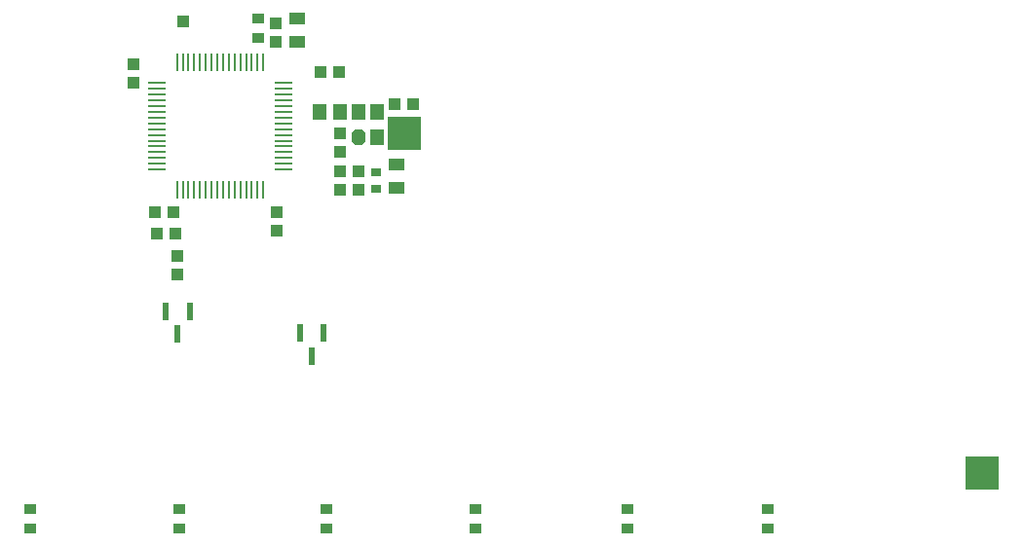
<source format=gbr>
%TF.GenerationSoftware,Altium Limited,Altium NEXUS,2.1.9 (83)*%
G04 Layer_Color=128*
%FSLAX44Y44*%
%MOMM*%
%TF.FileFunction,Paste,Bot*%
%TF.Part,Single*%
G01*
G75*
%TA.AperFunction,SMDPad,CuDef*%
%ADD15R,1.0000X0.9000*%
%ADD16R,1.4000X1.0000*%
%ADD22R,1.0000X1.0000*%
%ADD23R,0.6100X1.6100*%
%ADD32R,1.0000X1.0000*%
%ADD55R,3.0000X3.0000*%
%ADD56R,1.1500X1.4000*%
G04:AMPARAMS|DCode=57|XSize=1.4mm|YSize=1.15mm|CornerRadius=0mm|HoleSize=0mm|Usage=FLASHONLY|Rotation=270.000|XOffset=0mm|YOffset=0mm|HoleType=Round|Shape=Octagon|*
%AMOCTAGOND57*
4,1,8,-0.2875,-0.7000,0.2875,-0.7000,0.5750,-0.4125,0.5750,0.4125,0.2875,0.7000,-0.2875,0.7000,-0.5750,0.4125,-0.5750,-0.4125,-0.2875,-0.7000,0.0*
%
%ADD57OCTAGOND57*%

%ADD58R,1.2000X1.4000*%
%ADD59R,0.9000X0.8000*%
%ADD60O,1.5500X0.2500*%
%ADD61O,0.2500X1.5500*%
D15*
X1060450Y288680D02*
D03*
Y305680D02*
D03*
X937768Y288680D02*
D03*
Y305680D02*
D03*
X806196Y288680D02*
D03*
Y305680D02*
D03*
X548894Y288680D02*
D03*
Y305680D02*
D03*
X419100Y288680D02*
D03*
Y305680D02*
D03*
X676910Y288680D02*
D03*
Y305680D02*
D03*
X617220Y715400D02*
D03*
Y732400D02*
D03*
D16*
X651510Y732470D02*
D03*
Y712470D02*
D03*
X737870Y605630D02*
D03*
Y585630D02*
D03*
D22*
X547370Y510160D02*
D03*
Y526160D02*
D03*
X509270Y692530D02*
D03*
Y676530D02*
D03*
X688340Y616840D02*
D03*
Y632840D02*
D03*
X704850Y583820D02*
D03*
Y599820D02*
D03*
X688340Y583820D02*
D03*
Y599820D02*
D03*
X633730Y548260D02*
D03*
Y564260D02*
D03*
X632460Y712090D02*
D03*
Y728090D02*
D03*
D23*
X663866Y439078D02*
D03*
X674116Y458978D02*
D03*
X653616D02*
D03*
X547370Y458172D02*
D03*
X557620Y478072D02*
D03*
X537120D02*
D03*
D32*
X552450Y730250D02*
D03*
X529464Y545338D02*
D03*
X545464D02*
D03*
X687450Y685800D02*
D03*
X671450D02*
D03*
X543940Y563880D02*
D03*
X527940D02*
D03*
X752220Y657860D02*
D03*
X736220D02*
D03*
D55*
X1246632Y337566D02*
D03*
X744220Y632460D02*
D03*
D56*
X704470Y651080D02*
D03*
X720470Y629080D02*
D03*
Y651080D02*
D03*
D57*
X704470Y629080D02*
D03*
D58*
X688450Y651510D02*
D03*
X670450D02*
D03*
D59*
X720090Y584820D02*
D03*
Y598820D02*
D03*
D60*
X639450Y676310D02*
D03*
Y671310D02*
D03*
Y666310D02*
D03*
Y661310D02*
D03*
Y656310D02*
D03*
Y651310D02*
D03*
Y646310D02*
D03*
Y641310D02*
D03*
Y636310D02*
D03*
Y631310D02*
D03*
Y626310D02*
D03*
Y621310D02*
D03*
Y616310D02*
D03*
Y611310D02*
D03*
Y606310D02*
D03*
Y601310D02*
D03*
X528950D02*
D03*
Y606310D02*
D03*
Y611310D02*
D03*
Y616310D02*
D03*
Y621310D02*
D03*
Y626310D02*
D03*
Y631310D02*
D03*
Y636310D02*
D03*
Y641310D02*
D03*
Y646310D02*
D03*
Y651310D02*
D03*
Y656310D02*
D03*
Y661310D02*
D03*
Y666310D02*
D03*
Y671310D02*
D03*
Y676310D02*
D03*
D61*
X621700Y583560D02*
D03*
X616700D02*
D03*
X611700D02*
D03*
X606700D02*
D03*
X601700D02*
D03*
X596700D02*
D03*
X591700D02*
D03*
X586700D02*
D03*
X581700D02*
D03*
X576700D02*
D03*
X571700D02*
D03*
X566700D02*
D03*
X561700D02*
D03*
X556700D02*
D03*
X551700D02*
D03*
X546700D02*
D03*
Y694060D02*
D03*
X551700D02*
D03*
X556700D02*
D03*
X561700D02*
D03*
X566700D02*
D03*
X571700D02*
D03*
X576700D02*
D03*
X581700D02*
D03*
X586700D02*
D03*
X591700D02*
D03*
X596700D02*
D03*
X601700D02*
D03*
X606700D02*
D03*
X611700D02*
D03*
X616700D02*
D03*
X621700D02*
D03*
%TF.MD5,5622d771a97422d1ef8b5a36d9bf3a20*%
M02*

</source>
